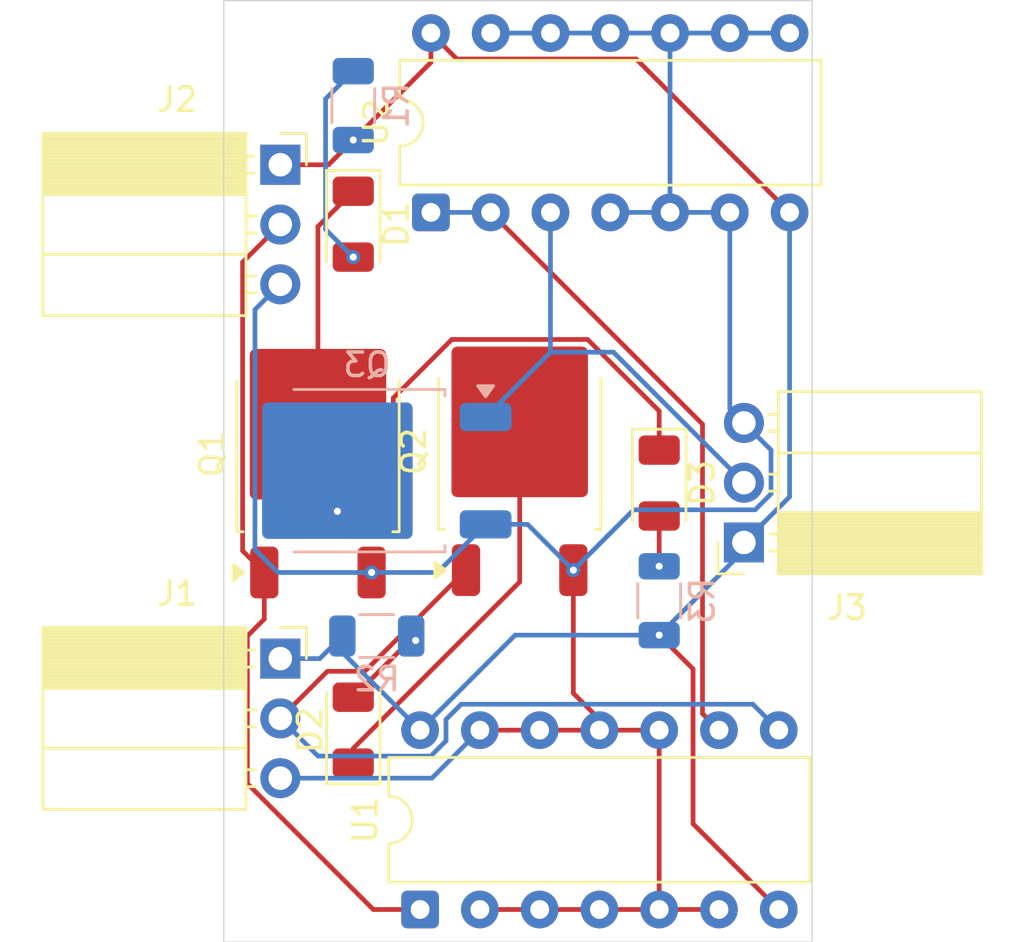
<source format=kicad_pcb>
(kicad_pcb (version 20241229) (generator "pcbnew") (generator_version "9.0")
  (layers (0 "F.Cu" signal) (2 "B.Cu" signal) (13 "F.Paste" user) (15 "B.Paste" user) (5 "F.SilkS" user "F.Silkscreen") (7 "B.SilkS" user "B.Silkscreen") (1 "F.Mask" user) (3 "B.Mask" user) (25 "Edge.Cuts" user))
  (net 0 "")
  (net 1 "Net-(D1-K)")
  (net 2 "Net-(D1-A)")
  (net 3 "Net-(D2-A)")
  (net 4 "Net-(D2-K)")
  (net 5 "Net-(D3-K)")
  (net 6 "Net-(D3-A)")
  (net 7 "Net-(J1-Pin_2)")
  (net 8 "Net-(J1-Pin_1)")
  (net 9 "Net-(J1-Pin_3)")
  (net 10 "Net-(J2-Pin_2)")
  (net 11 "Net-(J3-Pin_2)")
  (net 12 "Net-(U1-Pad9)")
  (footprint "LED_SMD:LED_1206_3216Metric" (layer "F.Cu") (at 128.5 95.5 -90)
    (property "Reference" "D3" (at 0 -1.83 90) (layer "F.SilkS"))
    (property "Value" "LED")
    (fp_line (start -2.285 1.135) (end 1.6 1.135) (stroke (width 0.12)) (layer "F.SilkS"))
    (fp_line (start -2.285 -1.135) (end -2.285 1.135) (stroke (width 0.12)) (layer "F.SilkS"))
    (fp_line (start 1.6 -1.135) (end -2.285 -1.135) (stroke (width 0.12)) (layer "F.SilkS"))
    (pad "1" smd roundrect (at -1.4 0 270) (size 1.25 1.75) (layers "F.Cu" "F.Mask" "F.Paste") (roundrect_rratio 0.2) (net 5 "Net-(D3-K)"))
    (pad "2" smd roundrect (at 1.4 0 270) (size 1.25 1.75) (layers "F.Cu" "F.Mask" "F.Paste") (roundrect_rratio 0.2) (net 6 "Net-(D3-A)"))
  )
  (footprint "Package_TO_SOT_SMD:TO-252-2" (layer "F.Cu") (at 122.5725 94.16 90)
    (property "Reference" "Q2" (at 0 -4.5 90) (layer "F.SilkS"))
    (property "Value" "QM6006D")
    (fp_line (start 3.11 -3.45) (end -3.31 -3.45) (stroke (width 0.12)) (layer "F.SilkS"))
    (fp_line (start -3.31 -3.45) (end -3.31 -3.18) (stroke (width 0.12)) (layer "F.SilkS"))
    (fp_line (start 3.11 3.45) (end -3.31 3.45) (stroke (width 0.12)) (layer "F.SilkS"))
    (fp_line (start -3.31 3.45) (end -3.31 3.18) (stroke (width 0.12)) (layer "F.SilkS"))
    (fp_poly (pts (xy -5.04 -3.14) (xy -5.38 -3.61) (xy -4.7 -3.61)) (stroke (width 0.12)) (fill yes) (layer "F.SilkS"))
    (pad "1" smd roundrect (at -5.04 -2.28 90) (size 2.2 1.2) (layers "F.Cu" "F.Mask" "F.Paste") (roundrect_rratio 0.208333) (net 7 "Net-(J1-Pin_2)"))
    (pad "2" smd roundrect (at 1.26 0 90) (size 6.4 5.8) (layers "F.Cu" "F.Mask") (roundrect_rratio 0.043103) (net 4 "Net-(D2-K)"))
    (pad "3" smd roundrect (at -5.04 2.28 90) (size 2.2 1.2) (layers "F.Cu" "F.Mask" "F.Paste") (roundrect_rratio 0.208333) (net 9 "Net-(J1-Pin_3)"))
  )
  (footprint "Connector_PinSocket_2.54mm:PinSocket_1x03_P2.54mm_Horizontal" (layer "F.Cu") (at 132.1 98.025 180)
    (property "Reference" "J3" (at -4.38 -2.77 0) (layer "F.SilkS"))
    (property "Value" "Conn_01x03_Socket")
    (fp_line (start 1.11 -1.33) (end 1.11 0) (stroke (width 0.12)) (layer "F.SilkS"))
    (fp_line (start 0 -1.33) (end 1.11 -1.33) (stroke (width 0.12)) (layer "F.SilkS"))
    (fp_line (start -1.46 5.44) (end -1.05 5.44) (stroke (width 0.12)) (layer "F.SilkS"))
    (fp_line (start -1.46 4.72) (end -1.05 4.72) (stroke (width 0.12)) (layer "F.SilkS"))
    (fp_line (start -1.46 2.9) (end -1.05 2.9) (stroke (width 0.12)) (layer "F.SilkS"))
    (fp_line (start -1.46 2.18) (end -1.05 2.18) (stroke (width 0.12)) (layer "F.SilkS"))
    (fp_line (start -1.46 0.36) (end -1.11 0.36) (stroke (width 0.12)) (layer "F.SilkS"))
    (fp_line (start -1.46 -0.36) (end -1.11 -0.36) (stroke (width 0.12)) (layer "F.SilkS"))
    (fp_line (start -1.46 -1.33) (end -1.46 6.41) (stroke (width 0.12)) (layer "F.SilkS"))
    (fp_line (start -10.09 6.41) (end -1.46 6.41) (stroke (width 0.12)) (layer "F.SilkS"))
    (fp_line (start -10.09 3.81) (end -1.46 3.81) (stroke (width 0.12)) (layer "F.SilkS"))
    (fp_line (start -10.09 1.27) (end -1.46 1.27) (stroke (width 0.12)) (layer "F.SilkS"))
    (fp_line (start -10.09 1.1519) (end -1.46 1.1519) (stroke (width 0.12)) (layer "F.SilkS"))
    (fp_line (start -10.09 1.033805) (end -1.46 1.033805) (stroke (width 0.12)) (layer "F.SilkS"))
    (fp_line (start -10.09 0.91571) (end -1.46 0.91571) (stroke (width 0.12)) (layer "F.SilkS"))
    (fp_line (start -10.09 0.797615) (end -1.46 0.797615) (stroke (width 0.12)) (layer "F.SilkS"))
    (fp_line (start -10.09 0.67952) (end -1.46 0.67952) (stroke (width 0.12)) (layer "F.SilkS"))
    (fp_line (start -10.09 0.561425) (end -1.46 0.561425) (stroke (width 0.12)) (layer "F.SilkS"))
    (fp_line (start -10.09 0.44333) (end -1.46 0.44333) (stroke (width 0.12)) (layer "F.SilkS"))
    (fp_line (start -10.09 0.325235) (end -1.46 0.325235) (stroke (width 0.12)) (layer "F.SilkS"))
    (fp_line (start -10.09 0.20714) (end -1.46 0.20714) (stroke (width 0.12)) (layer "F.SilkS"))
    (fp_line (start -10.09 0.089045) (end -1.46 0.089045) (stroke (width 0.12)) (layer "F.SilkS"))
    (fp_line (start -10.09 -0.02905) (end -1.46 -0.02905) (stroke (width 0.12)) (layer "F.SilkS"))
    (fp_line (start -10.09 -0.147145) (end -1.46 -0.147145) (stroke (width 0.12)) (layer "F.SilkS"))
    (fp_line (start -10.09 -0.26524) (end -1.46 -0.26524) (stroke (width 0.12)) (layer "F.SilkS"))
    (fp_line (start -10.09 -0.383335) (end -1.46 -0.383335) (stroke (width 0.12)) (layer "F.SilkS"))
    (fp_line (start -10.09 -0.50143) (end -1.46 -0.50143) (stroke (width 0.12)) (layer "F.SilkS"))
    (fp_line (start -10.09 -0.619525) (end -1.46 -0.619525) (stroke (width 0.12)) (layer "F.SilkS"))
    (fp_line (start -10.09 -0.73762) (end -1.46 -0.73762) (stroke (width 0.12)) (layer "F.SilkS"))
    (fp_line (start -10.09 -0.855715) (end -1.46 -0.855715) (stroke (width 0.12)) (layer "F.SilkS"))
    (fp_line (start -10.09 -0.97381) (end -1.46 -0.97381) (stroke (width 0.12)) (layer "F.SilkS"))
    (fp_line (start -10.09 -1.091905) (end -1.46 -1.091905) (stroke (width 0.12)) (layer "F.SilkS"))
    (fp_line (start -10.09 -1.21) (end -1.46 -1.21) (stroke (width 0.12)) (layer "F.SilkS"))
    (fp_line (start -10.09 -1.33) (end -1.46 -1.33) (stroke (width 0.12)) (layer "F.SilkS"))
    (fp_line (start -10.09 -1.33) (end -10.09 6.41) (stroke (width 0.12)) (layer "F.SilkS"))
    (pad "1" thru_hole rect (at 0 0 180) (size 1.7 1.7) (drill 1) (layers "*.Cu" "*.Mask") (net 8 "Net-(J1-Pin_1)"))
    (pad "2" thru_hole circle (at 0 2.54 180) (size 1.7 1.7) (drill 1) (layers "*.Cu" "*.Mask") (net 11 "Net-(J3-Pin_2)"))
    (pad "3" thru_hole circle (at 0 5.08 180) (size 1.7 1.7) (drill 1) (layers "*.Cu" "*.Mask") (net 9 "Net-(J1-Pin_3)"))
  )
  (footprint "LED_SMD:LED_1206_3216Metric" (layer "F.Cu") (at 115.5 84.5 -90)
    (property "Reference" "D1" (at 0 -1.83 90) (layer "F.SilkS"))
    (property "Value" "LED")
    (fp_line (start -2.285 1.135) (end 1.6 1.135) (stroke (width 0.12)) (layer "F.SilkS"))
    (fp_line (start -2.285 -1.135) (end -2.285 1.135) (stroke (width 0.12)) (layer "F.SilkS"))
    (fp_line (start 1.6 -1.135) (end -2.285 -1.135) (stroke (width 0.12)) (layer "F.SilkS"))
    (pad "1" smd roundrect (at -1.4 0 270) (size 1.25 1.75) (layers "F.Cu" "F.Mask" "F.Paste") (roundrect_rratio 0.2) (net 1 "Net-(D1-K)"))
    (pad "2" smd roundrect (at 1.4 0 270) (size 1.25 1.75) (layers "F.Cu" "F.Mask" "F.Paste") (roundrect_rratio 0.2) (net 2 "Net-(D1-A)"))
  )
  (footprint "Connector_PinSocket_2.54mm:PinSocket_1x03_P2.54mm_Horizontal" (layer "F.Cu") (at 112.4 102.96)
    (property "Reference" "J1" (at -4.38 -2.77 0) (layer "F.SilkS"))
    (property "Value" "Conn_01x03_Socket")
    (fp_line (start -10.09 -1.33) (end -10.09 6.41) (stroke (width 0.12)) (layer "F.SilkS"))
    (fp_line (start -10.09 -1.33) (end -1.46 -1.33) (stroke (width 0.12)) (layer "F.SilkS"))
    (fp_line (start -10.09 -1.21) (end -1.46 -1.21) (stroke (width 0.12)) (layer "F.SilkS"))
    (fp_line (start -10.09 -1.091905) (end -1.46 -1.091905) (stroke (width 0.12)) (layer "F.SilkS"))
    (fp_line (start -10.09 -0.97381) (end -1.46 -0.97381) (stroke (width 0.12)) (layer "F.SilkS"))
    (fp_line (start -10.09 -0.855715) (end -1.46 -0.855715) (stroke (width 0.12)) (layer "F.SilkS"))
    (fp_line (start -10.09 -0.73762) (end -1.46 -0.73762) (stroke (width 0.12)) (layer "F.SilkS"))
    (fp_line (start -10.09 -0.619525) (end -1.46 -0.619525) (stroke (width 0.12)) (layer "F.SilkS"))
    (fp_line (start -10.09 -0.50143) (end -1.46 -0.50143) (stroke (width 0.12)) (layer "F.SilkS"))
    (fp_line (start -10.09 -0.383335) (end -1.46 -0.383335) (stroke (width 0.12)) (layer "F.SilkS"))
    (fp_line (start -10.09 -0.26524) (end -1.46 -0.26524) (stroke (width 0.12)) (layer "F.SilkS"))
    (fp_line (start -10.09 -0.147145) (end -1.46 -0.147145) (stroke (width 0.12)) (layer "F.SilkS"))
    (fp_line (start -10.09 -0.02905) (end -1.46 -0.02905) (stroke (width 0.12)) (layer "F.SilkS"))
    (fp_line (start -10.09 0.089045) (end -1.46 0.089045) (stroke (width 0.12)) (layer "F.SilkS"))
    (fp_line (start -10.09 0.20714) (end -1.46 0.20714) (stroke (width 0.12)) (layer "F.SilkS"))
    (fp_line (start -10.09 0.325235) (end -1.46 0.325235) (stroke (width 0.12)) (layer "F.SilkS"))
    (fp_line (start -10.09 0.44333) (end -1.46 0.44333) (stroke (width 0.12)) (layer "F.SilkS"))
    (fp_line (start -10.09 0.561425) (end -1.46 0.561425) (stroke (width 0.12)) (layer "F.SilkS"))
    (fp_line (start -10.09 0.67952) (end -1.46 0.67952) (stroke (width 0.12)) (layer "F.SilkS"))
    (fp_line (start -10.09 0.797615) (end -1.46 0.797615) (stroke (width 0.12)) (layer "F.SilkS"))
    (fp_line (start -10.09 0.91571) (end -1.46 0.91571) (stroke (width 0.12)) (layer "F.SilkS"))
    (fp_line (start -10.09 1.033805) (end -1.46 1.033805) (stroke (width 0.12)) (layer "F.SilkS"))
    (fp_line (start -10.09 1.1519) (end -1.46 1.1519) (stroke (width 0.12)) (layer "F.SilkS"))
    (fp_line (start -10.09 1.27) (end -1.46 1.27) (stroke (width 0.12)) (layer "F.SilkS"))
    (fp_line (start -10.09 3.81) (end -1.46 3.81) (stroke (width 0.12)) (layer "F.SilkS"))
    (fp_line (start -10.09 6.41) (end -1.46 6.41) (stroke (width 0.12)) (layer "F.SilkS"))
    (fp_line (start -1.46 -1.33) (end -1.46 6.41) (stroke (width 0.12)) (layer "F.SilkS"))
    (fp_line (start -1.46 -0.36) (end -1.11 -0.36) (stroke (width 0.12)) (layer "F.SilkS"))
    (fp_line (start -1.46 0.36) (end -1.11 0.36) (stroke (width 0.12)) (layer "F.SilkS"))
    (fp_line (start -1.46 2.18) (end -1.05 2.18) (stroke (width 0.12)) (layer "F.SilkS"))
    (fp_line (start -1.46 2.9) (end -1.05 2.9) (stroke (width 0.12)) (layer "F.SilkS"))
    (fp_line (start -1.46 4.72) (end -1.05 4.72) (stroke (width 0.12)) (layer "F.SilkS"))
    (fp_line (start -1.46 5.44) (end -1.05 5.44) (stroke (width 0.12)) (layer "F.SilkS"))
    (fp_line (start 0 -1.33) (end 1.11 -1.33) (stroke (width 0.12)) (layer "F.SilkS"))
    (fp_line (start 1.11 -1.33) (end 1.11 0) (stroke (width 0.12)) (layer "F.SilkS"))
    (pad "1" thru_hole rect (at 0 0) (size 1.7 1.7) (drill 1) (layers "*.Cu" "*.Mask") (net 8 "Net-(J1-Pin_1)"))
    (pad "2" thru_hole circle (at 0 2.54) (size 1.7 1.7) (drill 1) (layers "*.Cu" "*.Mask") (net 7 "Net-(J1-Pin_2)"))
    (pad "3" thru_hole circle (at 0 5.08) (size 1.7 1.7) (drill 1) (layers "*.Cu" "*.Mask") (net 9 "Net-(J1-Pin_3)"))
  )
  (footprint "Package_TO_SOT_SMD:TO-252-2" (layer "F.Cu") (at 114 94.26 90)
    (property "Reference" "Q1" (at 0 -4.5 90) (layer "F.SilkS"))
    (property "Value" "QM6006D")
    (fp_line (start 3.11 -3.45) (end -3.31 -3.45) (stroke (width 0.12)) (layer "F.SilkS"))
    (fp_line (start -3.31 -3.45) (end -3.31 -3.18) (stroke (width 0.12)) (layer "F.SilkS"))
    (fp_line (start 3.11 3.45) (end -3.31 3.45) (stroke (width 0.12)) (layer "F.SilkS"))
    (fp_line (start -3.31 3.45) (end -3.31 3.18) (stroke (width 0.12)) (layer "F.SilkS"))
    (fp_poly (pts (xy -5.04 -3.14) (xy -5.38 -3.61) (xy -4.7 -3.61)) (stroke (width 0.12)) (fill yes) (layer "F.SilkS"))
    (pad "1" smd roundrect (at -5.04 -2.28 90) (size 2.2 1.2) (layers "F.Cu" "F.Mask" "F.Paste") (roundrect_rratio 0.208333) (net 10 "Net-(J2-Pin_2)"))
    (pad "2" smd roundrect (at 1.26 0 90) (size 6.4 5.8) (layers "F.Cu" "F.Mask") (roundrect_rratio 0.043103) (net 1 "Net-(D1-K)"))
    (pad "3" smd roundrect (at -5.04 2.28 90) (size 2.2 1.2) (layers "F.Cu" "F.Mask" "F.Paste") (roundrect_rratio 0.208333) (net 9 "Net-(J1-Pin_3)"))
  )
  (footprint "Package_DIP:DIP-14_W7.62mm" (layer "F.Cu") (at 118.34 113.62 90)
    (property "Reference" "U1" (at 3.81 -2.33 90) (layer "F.SilkS"))
    (property "Value" "4075")
    (fp_line (start 6.46 -1.33) (end 4.81 -1.33) (stroke (width 0.12)) (layer "F.SilkS"))
    (fp_line (start 2.81 -1.33) (end 1.16 -1.33) (stroke (width 0.12)) (layer "F.SilkS"))
    (fp_line (start 1.16 -1.33) (end 1.16 16.57) (stroke (width 0.12)) (layer "F.SilkS"))
    (fp_line (start 6.46 16.57) (end 6.46 -1.33) (stroke (width 0.12)) (layer "F.SilkS"))
    (fp_line (start 1.16 16.57) (end 6.46 16.57) (stroke (width 0.12)) (layer "F.SilkS"))
    (fp_arc (start 4.81 -1.33) (mid 3.81 -0.33) (end 2.81 -1.33) (stroke (width 0.12)) (layer "F.SilkS"))
    (pad "1" thru_hole roundrect (at 0 0 90) (size 1.6 1.6) (drill 0.8) (layers "*.Cu" "*.Mask") (roundrect_rratio 0.15625) (net 10 "Net-(J2-Pin_2)"))
    (pad "2" thru_hole circle (at 0 2.54 90) (size 1.6 1.6) (drill 0.8) (layers "*.Cu" "*.Mask") (net 9 "Net-(J1-Pin_3)"))
    (pad "3" thru_hole circle (at 0 5.08 90) (size 1.6 1.6) (drill 0.8) (layers "*.Cu" "*.Mask") (net 9 "Net-(J1-Pin_3)"))
    (pad "4" thru_hole circle (at 0 7.62 90) (size 1.6 1.6) (drill 0.8) (layers "*.Cu" "*.Mask") (net 9 "Net-(J1-Pin_3)"))
    (pad "5" thru_hole circle (at 0 10.16 90) (size 1.6 1.6) (drill 0.8) (layers "*.Cu" "*.Mask") (net 9 "Net-(J1-Pin_3)"))
    (pad "6" thru_hole circle (at 0 12.7 90) (size 1.6 1.6) (drill 0.8) (layers "*.Cu" "*.Mask") (net 9 "Net-(J1-Pin_3)"))
    (pad "7" thru_hole circle (at 0 15.24 90) (size 1.6 1.6) (drill 0.8) (layers "*.Cu" "*.Mask") (net 8 "Net-(J1-Pin_1)"))
    (pad "8" thru_hole circle (at 7.62 15.24 90) (size 1.6 1.6) (drill 0.8) (layers "*.Cu" "*.Mask") (net 7 "Net-(J1-Pin_2)"))
    (pad "9" thru_hole circle (at 7.62 12.7 90) (size 1.6 1.6) (drill 0.8) (layers "*.Cu" "*.Mask") (net 12 "Net-(U1-Pad9)"))
    (pad "10" thru_hole circle (at 7.62 10.16 90) (size 1.6 1.6) (drill 0.8) (layers "*.Cu" "*.Mask") (net 9 "Net-(J1-Pin_3)"))
    (pad "11" thru_hole circle (at 7.62 7.62 90) (size 1.6 1.6) (drill 0.8) (layers "*.Cu" "*.Mask") (net 9 "Net-(J1-Pin_3)"))
    (pad "12" thru_hole circle (at 7.62 5.08 90) (size 1.6 1.6) (drill 0.8) (layers "*.Cu" "*.Mask") (net 9 "Net-(J1-Pin_3)"))
    (pad "13" thru_hole circle (at 7.62 2.54 90) (size 1.6 1.6) (drill 0.8) (layers "*.Cu" "*.Mask") (net 9 "Net-(J1-Pin_3)"))
    (pad "14" thru_hole circle (at 7.62 0 90) (size 1.6 1.6) (drill 0.8) (layers "*.Cu" "*.Mask") (net 8 "Net-(J1-Pin_1)"))
  )
  (footprint "Connector_PinSocket_2.54mm:PinSocket_1x03_P2.54mm_Horizontal" (layer "F.Cu") (at 112.4 81.975)
    (property "Reference" "J2" (at -4.38 -2.77 0) (layer "F.SilkS"))
    (property "Value" "Conn_01x03_Socket")
    (fp_line (start -10.09 -1.33) (end -10.09 6.41) (stroke (width 0.12)) (layer "F.SilkS"))
    (fp_line (start -10.09 -1.33) (end -1.46 -1.33) (stroke (width 0.12)) (layer "F.SilkS"))
    (fp_line (start -10.09 -1.21) (end -1.46 -1.21) (stroke (width 0.12)) (layer "F.SilkS"))
    (fp_line (start -10.09 -1.091905) (end -1.46 -1.091905) (stroke (width 0.12)) (layer "F.SilkS"))
    (fp_line (start -10.09 -0.97381) (end -1.46 -0.97381) (stroke (width 0.12)) (layer "F.SilkS"))
    (fp_line (start -10.09 -0.855715) (end -1.46 -0.855715) (stroke (width 0.12)) (layer "F.SilkS"))
    (fp_line (start -10.09 -0.73762) (end -1.46 -0.73762) (stroke (width 0.12)) (layer "F.SilkS"))
    (fp_line (start -10.09 -0.619525) (end -1.46 -0.619525) (stroke (width 0.12)) (layer "F.SilkS"))
    (fp_line (start -10.09 -0.50143) (end -1.46 -0.50143) (stroke (width 0.12)) (layer "F.SilkS"))
    (fp_line (start -10.09 -0.383335) (end -1.46 -0.383335) (stroke (width 0.12)) (layer "F.SilkS"))
    (fp_line (start -10.09 -0.26524) (end -1.46 -0.26524) (stroke (width 0.12)) (layer "F.SilkS"))
    (fp_line (start -10.09 -0.147145) (end -1.46 -0.147145) (stroke (width 0.12)) (layer "F.SilkS"))
    (fp_line (start -10.09 -0.02905) (end -1.46 -0.02905) (stroke (width 0.12)) (layer "F.SilkS"))
    (fp_line (start -10.09 0.089045) (end -1.46 0.089045) (stroke (width 0.12)) (layer "F.SilkS"))
    (fp_line (start -10.09 0.20714) (end -1.46 0.20714) (stroke (width 0.12)) (layer "F.SilkS"))
    (fp_line (start -10.09 0.325235) (end -1.46 0.325235) (stroke (width 0.12)) (layer "F.SilkS"))
    (fp_line (start -10.09 0.44333) (end -1.46 0.44333) (stroke (width 0.12)) (layer "F.SilkS"))
    (fp_line (start -10.09 0.561425) (end -1.46 0.561425) (stroke (width 0.12)) (layer "F.SilkS"))
    (fp_line (start -10.09 0.67952) (end -1.46 0.67952) (stroke (width 0.12)) (layer "F.SilkS"))
    (fp_line (start -10.09 0.797615) (end -1.46 0.797615) (stroke (width 0.12)) (layer "F.SilkS"))
    (fp_line (start -10.09 0.91571) (end -1.46 0.91571) (stroke (width 0.12)) (layer "F.SilkS"))
    (fp_line (start -10.09 1.033805) (end -1.46 1.033805) (stroke (width 0.12)) (layer "F.SilkS"))
    (fp_line (start -10.09 1.1519) (end -1.46 1.1519) (stroke (width 0.12)) (layer "F.SilkS"))
    (fp_line (start -10.09 1.27) (end -1.46 1.27) (stroke (width 0.12)) (layer "F.SilkS"))
    (fp_line (start -10.09 3.81) (end -1.46 3.81) (stroke (width 0.12)) (layer "F.SilkS"))
    (fp_line (start -10.09 6.41) (end -1.46 6.41) (stroke (width 0.12)) (layer "F.SilkS"))
    (fp_line (start -1.46 -1.33) (end -1.46 6.41) (stroke (width 0.12)) (layer "F.SilkS"))
    (fp_line (start -1.46 -0.36) (end -1.11 -0.36) (stroke (width 0.12)) (layer "F.SilkS"))
    (fp_line (start -1.46 0.36) (end -1.11 0.36) (stroke (width 0.12)) (layer "F.SilkS"))
    (fp_line (start -1.46 2.18) (end -1.05 2.18) (stroke (width 0.12)) (layer "F.SilkS"))
    (fp_line (start -1.46 2.9) (end -1.05 2.9) (stroke (width 0.12)) (layer "F.SilkS"))
    (fp_line (start -1.46 4.72) (end -1.05 4.72) (stroke (width 0.12)) (layer "F.SilkS"))
    (fp_line (start -1.46 5.44) (end -1.05 5.44) (stroke (width 0.12)) (layer "F.SilkS"))
    (fp_line (start 0 -1.33) (end 1.11 -1.33) (stroke (width 0.12)) (layer "F.SilkS"))
    (fp_line (start 1.11 -1.33) (end 1.11 0) (stroke (width 0.12)) (layer "F.SilkS"))
    (pad "1" thru_hole rect (at 0 0) (size 1.7 1.7) (drill 1) (layers "*.Cu" "*.Mask") (net 8 "Net-(J1-Pin_1)"))
    (pad "2" thru_hole circle (at 0 2.54) (size 1.7 1.7) (drill 1) (layers "*.Cu" "*.Mask") (net 10 "Net-(J2-Pin_2)"))
    (pad "3" thru_hole circle (at 0 5.08) (size 1.7 1.7) (drill 1) (layers "*.Cu" "*.Mask") (net 9 "Net-(J1-Pin_3)"))
  )
  (footprint "Package_DIP:DIP-14_W7.62mm" (layer "F.Cu") (at 118.8 84 90)
    (property "Reference" "U2" (at 3.81 -2.33 90) (layer "F.SilkS"))
    (property "Value" "4011")
    (fp_line (start 6.46 -1.33) (end 4.81 -1.33) (stroke (width 0.12)) (layer "F.SilkS"))
    (fp_line (start 2.81 -1.33) (end 1.16 -1.33) (stroke (width 0.12)) (layer "F.SilkS"))
    (fp_line (start 1.16 -1.33) (end 1.16 16.57) (stroke (width 0.12)) (layer "F.SilkS"))
    (fp_line (start 6.46 16.57) (end 6.46 -1.33) (stroke (width 0.12)) (layer "F.SilkS"))
    (fp_line (start 1.16 16.57) (end 6.46 16.57) (stroke (width 0.12)) (layer "F.SilkS"))
    (fp_arc (start 4.81 -1.33) (mid 3.81 -0.33) (end 2.81 -1.33) (stroke (width 0.12)) (layer "F.SilkS"))
    (pad "1" thru_hole roundrect (at 0 0 90) (size 1.6 1.6) (drill 0.8) (layers "*.Cu" "*.Mask") (roundrect_rratio 0.15625) (net 12 "Net-(U1-Pad9)"))
    (pad "2" thru_hole circle (at 0 2.54 90) (size 1.6 1.6) (drill 0.8) (layers "*.Cu" "*.Mask") (net 12 "Net-(U1-Pad9)"))
    (pad "3" thru_hole circle (at 0 5.08 90) (size 1.6 1.6) (drill 0.8) (layers "*.Cu" "*.Mask") (net 11 "Net-(J3-Pin_2)"))
    (pad "4" thru_hole circle (at 0 7.62 90) (size 1.6 1.6) (drill 0.8) (layers "*.Cu" "*.Mask") (net 9 "Net-(J1-Pin_3)"))
    (pad "5" thru_hole circle (at 0 10.16 90) (size 1.6 1.6) (drill 0.8) (layers "*.Cu" "*.Mask") (net 9 "Net-(J1-Pin_3)"))
    (pad "6" thru_hole circle (at 0 12.7 90) (size 1.6 1.6) (drill 0.8) (layers "*.Cu" "*.Mask") (net 9 "Net-(J1-Pin_3)"))
    (pad "7" thru_hole circle (at 0 15.24 90) (size 1.6 1.6) (drill 0.8) (layers "*.Cu" "*.Mask") (net 8 "Net-(J1-Pin_1)"))
    (pad "8" thru_hole circle (at 7.62 15.24 90) (size 1.6 1.6) (drill 0.8) (layers "*.Cu" "*.Mask") (net 9 "Net-(J1-Pin_3)"))
    (pad "9" thru_hole circle (at 7.62 12.7 90) (size 1.6 1.6) (drill 0.8) (layers "*.Cu" "*.Mask") (net 9 "Net-(J1-Pin_3)"))
    (pad "10" thru_hole circle (at 7.62 10.16 90) (size 1.6 1.6) (drill 0.8) (layers "*.Cu" "*.Mask") (net 9 "Net-(J1-Pin_3)"))
    (pad "11" thru_hole circle (at 7.62 7.62 90) (size 1.6 1.6) (drill 0.8) (layers "*.Cu" "*.Mask") (net 9 "Net-(J1-Pin_3)"))
    (pad "12" thru_hole circle (at 7.62 5.08 90) (size 1.6 1.6) (drill 0.8) (layers "*.Cu" "*.Mask") (net 9 "Net-(J1-Pin_3)"))
    (pad "13" thru_hole circle (at 7.62 2.54 90) (size 1.6 1.6) (drill 0.8) (layers "*.Cu" "*.Mask") (net 9 "Net-(J1-Pin_3)"))
    (pad "14" thru_hole circle (at 7.62 0 90) (size 1.6 1.6) (drill 0.8) (layers "*.Cu" "*.Mask") (net 8 "Net-(J1-Pin_1)"))
  )
  (footprint "LED_SMD:LED_1206_3216Metric" (layer "F.Cu") (at 115.5 106 90)
    (property "Reference" "D2" (at 0 -1.83 90) (layer "F.SilkS"))
    (property "Value" "LED")
    (fp_line (start 1.6 -1.135) (end -2.285 -1.135) (stroke (width 0.12)) (layer "F.SilkS"))
    (fp_line (start -2.285 -1.135) (end -2.285 1.135) (stroke (width 0.12)) (layer "F.SilkS"))
    (fp_line (start -2.285 1.135) (end 1.6 1.135) (stroke (width 0.12)) (layer "F.SilkS"))
    (pad "1" smd roundrect (at -1.4 0 90) (size 1.25 1.75) (layers "F.Cu" "F.Mask" "F.Paste") (roundrect_rratio 0.2) (net 4 "Net-(D2-K)"))
    (pad "2" smd roundrect (at 1.4 0 90) (size 1.25 1.75) (layers "F.Cu" "F.Mask" "F.Paste") (roundrect_rratio 0.2) (net 3 "Net-(D2-A)"))
  )
  (footprint "Resistor_SMD:R_1206_3216Metric" (layer "B.Cu") (at 116.5 102)
    (property "Reference" "R2" (at 0 1.83 0) (layer "B.SilkS") (effects (justify mirror)))
    (property "Value" "R")
    (fp_line (start -0.727064 -0.91) (end 0.727064 -0.91) (stroke (width 0.12)) (layer "B.SilkS"))
    (fp_line (start -0.727064 0.91) (end 0.727064 0.91) (stroke (width 0.12)) (layer "B.SilkS"))
    (pad "1" smd roundrect (at -1.4625 0) (size 1.125 1.75) (layers "B.Cu" "B.Mask" "B.Paste") (roundrect_rratio 0.222222) (net 8 "Net-(J1-Pin_1)"))
    (pad "2" smd roundrect (at 1.4625 0) (size 1.125 1.75) (layers "B.Cu" "B.Mask" "B.Paste") (roundrect_rratio 0.222222) (net 3 "Net-(D2-A)"))
  )
  (footprint "Resistor_SMD:R_1206_3216Metric" (layer "B.Cu") (at 115.5 79.4625 90)
    (property "Reference" "R1" (at 0 1.83 90) (layer "B.SilkS") (effects (justify mirror)))
    (property "Value" "R")
    (fp_line (start -0.727064 -0.91) (end 0.727064 -0.91) (stroke (width 0.12)) (layer "B.SilkS"))
    (fp_line (start -0.727064 0.91) (end 0.727064 0.91) (stroke (width 0.12)) (layer "B.SilkS"))
    (pad "1" smd roundrect (at -1.4625 0 90) (size 1.125 1.75) (layers "B.Cu" "B.Mask" "B.Paste") (roundrect_rratio 0.222222) (net 8 "Net-(J1-Pin_1)"))
    (pad "2" smd roundrect (at 1.4625 0 90) (size 1.125 1.75) (layers "B.Cu" "B.Mask" "B.Paste") (roundrect_rratio 0.222222) (net 2 "Net-(D1-A)"))
  )
  (footprint "Package_TO_SOT_SMD:TO-252-2" (layer "B.Cu") (at 116.085 94.975 180)
    (property "Reference" "Q3" (at 0 4.5 0) (layer "B.SilkS") (effects (justify mirror)))
    (property "Value" "QM6006D")
    (fp_line (start 3.11 3.45) (end -3.31 3.45) (stroke (width 0.12)) (layer "B.SilkS"))
    (fp_line (start 3.11 -3.45) (end -3.31 -3.45) (stroke (width 0.12)) (layer "B.SilkS"))
    (fp_line (start -3.31 3.45) (end -3.31 3.18) (stroke (width 0.12)) (layer "B.SilkS"))
    (fp_line (start -3.31 -3.45) (end -3.31 -3.18) (stroke (width 0.12)) (layer "B.SilkS"))
    (fp_poly (pts (xy -5.04 3.14) (xy -5.38 3.61) (xy -4.7 3.61)) (stroke (width 0.12)) (fill yes) (layer "B.SilkS"))
    (pad "1" smd roundrect (at -5.04 2.28 180) (size 2.2 1.2) (layers "B.Cu" "B.Mask" "B.Paste") (roundrect_rratio 0.208333) (net 11 "Net-(J3-Pin_2)"))
    (pad "2" smd roundrect (at 1.26 0 180) (size 6.4 5.8) (layers "B.Cu" "B.Mask") (roundrect_rratio 0.043103) (net 5 "Net-(D3-K)"))
    (pad "3" smd roundrect (at -5.04 -2.28 180) (size 2.2 1.2) (layers "B.Cu" "B.Mask" "B.Paste") (roundrect_rratio 0.208333) (net 9 "Net-(J1-Pin_3)"))
  )
  (footprint "Resistor_SMD:R_1206_3216Metric" (layer "B.Cu") (at 128.5 100.5 90)
    (property "Reference" "R3" (at 0 1.83 90) (layer "B.SilkS") (effects (justify mirror)))
    (property "Value" "R")
    (fp_line (start -0.727064 -0.91) (end 0.727064 -0.91) (stroke (width 0.12)) (layer "B.SilkS"))
    (fp_line (start -0.727064 0.91) (end 0.727064 0.91) (stroke (width 0.12)) (layer "B.SilkS"))
    (pad "1" smd roundrect (at -1.4625 0 90) (size 1.125 1.75) (layers "B.Cu" "B.Mask" "B.Paste") (roundrect_rratio 0.222222) (net 8 "Net-(J1-Pin_1)"))
    (pad "2" smd roundrect (at 1.4625 0 90) (size 1.125 1.75) (layers "B.Cu" "B.Mask" "B.Paste") (roundrect_rratio 0.222222) (net 6 "Net-(D3-A)"))
  )
  (gr_rect (start 110 75) (end 135 115) (stroke (width 0.05)) (fill no) (layer "Edge.Cuts"))
  (segment (start 115.5 83.1) (end 114 84.6) (width 0.2) (layer "F.Cu") (net 1))
  (segment (start 114 84.6) (end 114 93) (width 0.2) (layer "F.Cu") (net 1))
  (via (at 115.5 85.9) (size 0.6) (drill 0.3) (layers "F.Cu" "B.Cu") (net 2))
  (segment (start 114.324 84.724) (end 115.5 85.9) (width 0.2) (layer "B.Cu") (net 2))
  (segment (start 114.324 79.176) (end 114.324 84.724) (width 0.2) (layer "B.Cu") (net 2))
  (segment (start 115.5 78) (end 114.324 79.176) (width 0.2) (layer "B.Cu") (net 2))
  (segment (start 115.5 104.6) (end 117.910735 102.189265) (width 0.2) (layer "F.Cu") (net 3))
  (segment (start 117.910735 102.189265) (end 118.151765 102.189265) (width 0.2) (layer "F.Cu") (net 3))
  (via (at 118.151765 102.189265) (size 0.6) (drill 0.3) (layers "F.Cu" "B.Cu") (net 3))
  (segment (start 115.5 107.4) (end 115.5 106.775) (width 0.2) (layer "F.Cu") (net 4))
  (segment (start 115.5 106.775) (end 122.5725 99.7025) (width 0.2) (layer "F.Cu") (net 4))
  (segment (start 122.5725 99.7025) (end 122.5725 92.9) (width 0.2) (layer "F.Cu") (net 4))
  (segment (start 116.8 96.7) (end 114.825 96.7) (width 0.2) (layer "F.Cu") (net 5))
  (segment (start 128.5 94.1) (end 128.5 92.44134) (width 0.2) (layer "F.Cu") (net 5))
  (segment (start 117.201 96.299) (end 116.8 96.7) (width 0.2) (layer "F.Cu") (net 5))
  (segment (start 125.45766 89.399) (end 119.68734 89.399) (width 0.2) (layer "F.Cu") (net 5))
  (segment (start 128.5 92.44134) (end 125.45766 89.399) (width 0.2) (layer "F.Cu") (net 5))
  (segment (start 117.201 91.88534) (end 117.201 96.299) (width 0.2) (layer "F.Cu") (net 5))
  (segment (start 119.68734 89.399) (end 117.201 91.88534) (width 0.2) (layer "F.Cu") (net 5))
  (via (at 114.825 96.7) (size 0.6) (drill 0.3) (layers "F.Cu" "B.Cu") (net 5))
  (segment (start 128.5 96.9) (end 128.5 99.0375) (width 0.2) (layer "F.Cu") (net 6))
  (via (at 128.5 99.0375) (size 0.6) (drill 0.3) (layers "F.Cu" "B.Cu") (net 6))
  (segment (start 115.9925 103.5) (end 120.2925 99.2) (width 0.2) (layer "F.Cu") (net 7))
  (segment (start 112.4 105.5) (end 114.4 103.5) (width 0.2) (layer "F.Cu") (net 7))
  (segment (start 114.4 103.5) (end 115.9925 103.5) (width 0.2) (layer "F.Cu") (net 7))
  (segment (start 119.441 105.54395) (end 119.441 106.45605) (width 0.2) (layer "B.Cu") (net 7))
  (segment (start 119.441 106.45605) (end 118.79605 107.101) (width 0.2) (layer "B.Cu") (net 7))
  (segment (start 132.479 104.899) (end 120.08595 104.899) (width 0.2) (layer "B.Cu") (net 7))
  (segment (start 133.58 106) (end 132.479 104.899) (width 0.2) (layer "B.Cu") (net 7))
  (segment (start 114.001 107.101) (end 112.4 105.5) (width 0.2) (layer "B.Cu") (net 7))
  (segment (start 120.08595 104.899) (end 119.441 105.54395) (width 0.2) (layer "B.Cu") (net 7))
  (segment (start 118.79605 107.101) (end 114.001 107.101) (width 0.2) (layer "B.Cu") (net 7))
  (segment (start 114.45 81.975) (end 115.5 80.925) (width 0.2) (layer "F.Cu") (net 8))
  (segment (start 133.58 113.62) (end 129.939 109.979) (width 0.2) (layer "F.Cu") (net 8))
  (segment (start 127.521 77.481) (end 119.901 77.481) (width 0.2) (layer "F.Cu") (net 8))
  (segment (start 112.4 81.975) (end 114.45 81.975) (width 0.2) (layer "F.Cu") (net 8))
  (segment (start 134.04 84) (end 127.521 77.481) (width 0.2) (layer "F.Cu") (net 8))
  (segment (start 118.8 76.38) (end 118.8 77.625) (width 0.2) (layer "F.Cu") (net 8))
  (segment (start 119.901 77.481) (end 118.8 76.38) (width 0.2) (layer "F.Cu") (net 8))
  (segment (start 129.939 103.4015) (end 128.5 101.9625) (width 0.2) (layer "F.Cu") (net 8))
  (segment (start 129.939 109.979) (end 129.939 103.4015) (width 0.2) (layer "F.Cu") (net 8))
  (segment (start 118.8 77.625) (end 115.5 80.925) (width 0.2) (layer "F.Cu") (net 8))
  (via (at 128.5 101.9625) (size 0.6) (drill 0.3) (layers "F.Cu" "B.Cu") (net 8))
  (via (at 115.5 80.925) (size 0.6) (drill 0.3) (layers "F.Cu" "B.Cu") (net 8))
  (segment (start 112.4 102.96) (end 114.0775 102.96) (width 0.2) (layer "B.Cu") (net 8))
  (segment (start 114.0775 102.96) (end 115.0375 102) (width 0.2) (layer "B.Cu") (net 8))
  (segment (start 115.0375 102) (end 115.0375 102.6975) (width 0.2) (layer "B.Cu") (net 8))
  (segment (start 115.0375 102.6975) (end 118.34 106) (width 0.2) (layer "B.Cu") (net 8))
  (segment (start 122.3775 101.9625) (end 128.5 101.9625) (width 0.2) (layer "B.Cu") (net 8))
  (segment (start 134.04 96.085) (end 134.04 84) (width 0.2) (layer "B.Cu") (net 8))
  (segment (start 132.1 98.025) (end 132.1 98.3625) (width 0.2) (layer "B.Cu") (net 8))
  (segment (start 118.34 106) (end 122.3775 101.9625) (width 0.2) (layer "B.Cu") (net 8))
  (segment (start 132.1 98.3625) (end 128.5 101.9625) (width 0.2) (layer "B.Cu") (net 8))
  (segment (start 132.1 98.025) (end 134.04 96.085) (width 0.2) (layer "B.Cu") (net 8))
  (segment (start 123.42 113.62) (end 125.96 113.62) (width 0.2) (layer "F.Cu") (net 9))
  (segment (start 128.5 106) (end 128.5 113.62) (width 0.2) (layer "F.Cu") (net 9))
  (segment (start 120.88 113.62) (end 123.42 113.62) (width 0.2) (layer "F.Cu") (net 9))
  (segment (start 125.96 106) (end 125.96 105.54) (width 0.2) (layer "F.Cu") (net 9))
  (segment (start 131.04 113.62) (end 128.5 113.62) (width 0.2) (layer "F.Cu") (net 9))
  (segment (start 125.96 105.54) (end 124.8525 104.4325) (width 0.2) (layer "F.Cu") (net 9))
  (segment (start 125.96 106) (end 123.42 106) (width 0.2) (layer "F.Cu") (net 9))
  (segment (start 120.88 106) (end 123.42 106) (width 0.2) (layer "F.Cu") (net 9))
  (segment (start 128.5 106) (end 125.96 106) (width 0.2) (layer "F.Cu") (net 9))
  (segment (start 125.96 113.62) (end 128.5 113.62) (width 0.2) (layer "F.Cu") (net 9))
  (segment (start 124.8525 104.4325) (end 124.8525 99.2) (width 0.2) (layer "F.Cu") (net 9))
  (via (at 116.28 99.3) (size 0.6) (drill 0.3) (layers "F.Cu" "B.Cu") (net 9))
  (via (at 124.8525 99.2) (size 0.6) (drill 0.3) (layers "F.Cu" "B.Cu") (net 9))
  (segment (start 124.8525 99.2) (end 122.9075 97.255) (width 0.2) (layer "B.Cu") (net 9))
  (segment (start 133.251 94.096) (end 133.251 95.96176) (width 0.2) (layer "B.Cu") (net 9))
  (segment (start 119.08 99.3) (end 116.28 99.3) (width 0.2) (layer "B.Cu") (net 9))
  (segment (start 126.42 84) (end 128.96 84) (width 0.2) (layer "B.Cu") (net 9))
  (segment (start 123.88 76.38) (end 126.42 76.38) (width 0.2) (layer "B.Cu") (net 9))
  (segment (start 128.96 76.38) (end 128.96 84) (width 0.2) (layer "B.Cu") (net 9))
  (segment (start 111.324 98.324) (end 112.3 99.3) (width 0.2) (layer "B.Cu") (net 9))
  (segment (start 133.96 76.38) (end 131.5 76.38) (width 0.2) (layer "B.Cu") (net 9))
  (segment (start 133.251 95.96176) (end 132.57676 96.636) (width 0.2) (layer "B.Cu") (net 9))
  (segment (start 134.04 76.38) (end 134.04 76.46) (width 0.2) (layer "B.Cu") (net 9))
  (segment (start 121.125 97.255) (end 119.08 99.3) (width 0.2) (layer "B.Cu") (net 9))
  (segment (start 131.5 92.345) (end 132.1 92.945) (width 0.2) (layer "B.Cu") (net 9))
  (segment (start 131.5 84) (end 131.5 92.345) (width 0.2) (layer "B.Cu") (net 9))
  (segment (start 128.96 84) (end 131.5 84) (width 0.2) (layer "B.Cu") (net 9))
  (segment (start 134 76.42) (end 133.96 76.38) (width 0.2) (layer "B.Cu") (net 9))
  (segment (start 127.4165 96.636) (end 124.8525 99.2) (width 0.2) (layer "B.Cu") (net 9))
  (segment (start 112.4 87.055) (end 111.324 88.131) (width 0.2) (layer "B.Cu") (net 9))
  (segment (start 112.3 99.3) (end 116.28 99.3) (width 0.2) (layer "B.Cu") (net 9))
  (segment (start 132.1 92.945) (end 133.251 94.096) (width 0.2) (layer "B.Cu") (net 9))
  (segment (start 118.84 108.04) (end 112.4 108.04) (width 0.2) (layer "B.Cu") (net 9))
  (segment (start 134.04 76.46) (end 134 76.5) (width 0.2) (layer "B.Cu") (net 9))
  (segment (start 132.57676 96.636) (end 127.4165 96.636) (width 0.2) (layer "B.Cu") (net 9))
  (segment (start 134 76.5) (end 134 76.42) (width 0.2) (layer "B.Cu") (net 9))
  (segment (start 126.42 76.38) (end 128.96 76.38) (width 0.2) (layer "B.Cu") (net 9))
  (segment (start 128.96 76.38) (end 131.5 76.38) (width 0.2) (layer "B.Cu") (net 9))
  (segment (start 122.9075 97.255) (end 121.125 97.255) (width 0.2) (layer "B.Cu") (net 9))
  (segment (start 120.88 106) (end 118.84 108.04) (width 0.2) (layer "B.Cu") (net 9))
  (segment (start 111.324 88.131) (end 111.324 98.324) (width 0.2) (layer "B.Cu") (net 9))
  (segment (start 121.34 76.38) (end 123.88 76.38) (width 0.2) (layer "B.Cu") (net 9))
  (segment (start 111.72 101.28) (end 111.72 99.3) (width 0.2) (layer "F.Cu") (net 10))
  (segment (start 112.4 84.515) (end 110.799 86.116) (width 0.2) (layer "F.Cu") (net 10))
  (segment (start 111 102) (end 111.72 101.28) (width 0.2) (layer "F.Cu") (net 10))
  (segment (start 118.34 113.62) (end 116.35224 113.62) (width 0.2) (layer "F.Cu") (net 10))
  (segment (start 116.35224 113.62) (end 111 108.26776) (width 0.2) (layer "F.Cu") (net 10))
  (segment (start 110.799 98.379) (end 111.72 99.3) (width 0.2) (layer "F.Cu") (net 10))
  (segment (start 111 108.26776) (end 111 102) (width 0.2) (layer "F.Cu") (net 10))
  (segment (start 110.799 86.116) (end 110.799 98.379) (width 0.2) (layer "F.Cu") (net 10))
  (segment (start 123.88 89.94) (end 121.125 92.695) (width 0.2) (layer "B.Cu") (net 11))
  (segment (start 132.1 95.485) (end 126.555 89.94) (width 0.2) (layer "B.Cu") (net 11))
  (segment (start 123.88 84) (end 123.88 89.94) (width 0.2) (layer "B.Cu") (net 11))
  (segment (start 126.555 89.94) (end 123.88 89.94) (width 0.2) (layer "B.Cu") (net 11))
  (segment (start 130.34 105.3) (end 131.04 106) (width 0.2) (layer "F.Cu") (net 12))
  (segment (start 121.34 84) (end 130.34 93) (width 0.2) (layer "F.Cu") (net 12))
  (segment (start 130.34 93) (end 130.34 105.3) (width 0.2) (layer "F.Cu") (net 12))
  (segment (start 118.8 84) (end 121.34 84) (width 0.2) (layer "B.Cu") (net 12))
)
</source>
